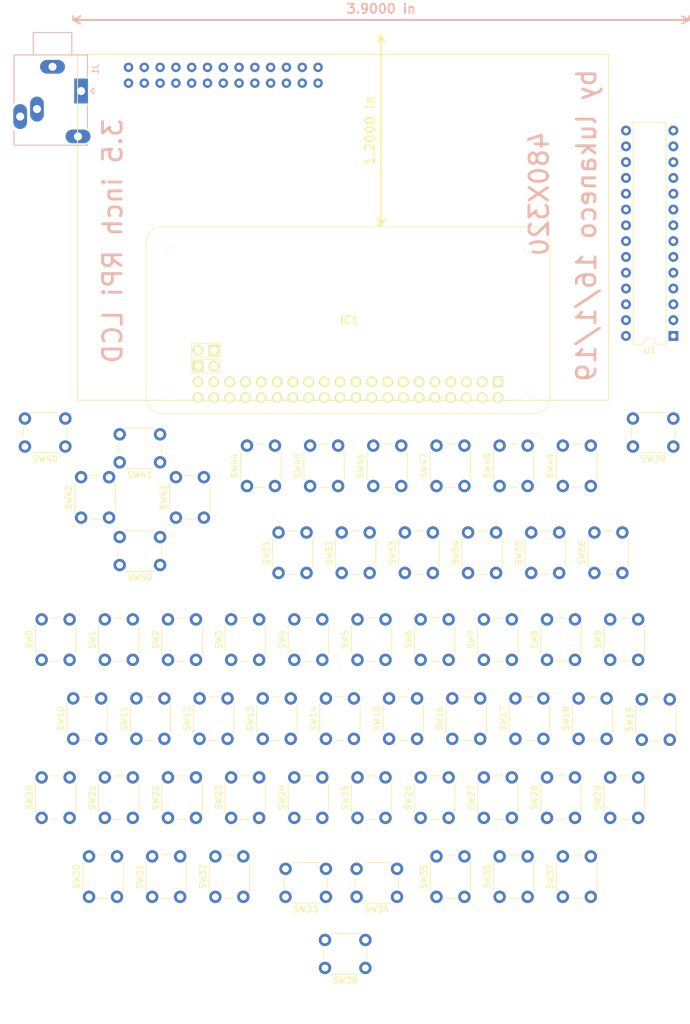
<source format=kicad_pcb>
(kicad_pcb (version 20171130) (host pcbnew "(5.0.2)-1")
  (layers (0 F.Cu signal) (31 B.Cu signal) (34 B.Paste user hide) (35 F.Paste user) (36 B.SilkS user) (37 F.SilkS user) (38 B.Mask user) (39 F.Mask user) (44 Edge.Cuts user))
  (net 0 "")
  (net 1 "Net-(SW0-Pad2)")
  (net 2 "Net-(SW1-Pad2)")
  (net 3 "Net-(SW2-Pad2)")
  (net 4 "Net-(SW3-Pad2)")
  (net 5 "Net-(SW4-Pad2)")
  (net 6 "Net-(SW5-Pad2)")
  (net 7 "Net-(SW6-Pad2)")
  (net 8 "Net-(SW7-Pad2)")
  (net 9 "Net-(SW8-Pad2)")
  (net 10 "Net-(SW9-Pad2)")
  (net 11 "Net-(SW10-Pad2)")
  (net 12 "Net-(SW11-Pad2)")
  (net 13 "Net-(SW12-Pad2)")
  (net 14 "Net-(SW13-Pad2)")
  (net 15 "Net-(SW14-Pad2)")
  (net 16 "Net-(SW15-Pad2)")
  (net 17 "Net-(SW16-Pad2)")
  (net 18 "Net-(SW17-Pad2)")
  (net 19 "Net-(SW18-Pad2)")
  (net 20 "Net-(SW19-Pad2)")
  (net 21 "Net-(SW20-Pad2)")
  (net 22 "Net-(SW21-Pad2)")
  (net 23 "Net-(SW22-Pad2)")
  (net 24 "Net-(SW23-Pad2)")
  (net 25 "Net-(SW24-Pad2)")
  (net 26 "Net-(SW25-Pad2)")
  (net 27 "Net-(SW26-Pad2)")
  (net 28 "Net-(SW27-Pad2)")
  (net 29 "Net-(SW28-Pad2)")
  (net 30 "Net-(SW29-Pad2)")
  (net 31 "Net-(SW30-Pad2)")
  (net 32 "Net-(SW31-Pad2)")
  (net 33 "Net-(SW32-Pad2)")
  (net 34 "Net-(SW33-Pad2)")
  (net 35 "Net-(SW34-Pad2)")
  (net 36 "Net-(SW35-Pad2)")
  (net 37 "Net-(SW36-Pad2)")
  (net 38 "Net-(SW37-Pad2)")
  (net 39 "Net-(SW38-Pad2)")
  (net 40 "Net-(SW39-Pad2)")
  (net 41 "Net-(SW40-Pad2)")
  (net 42 "Net-(SW41-Pad2)")
  (net 43 "Net-(SW42-Pad2)")
  (net 44 "Net-(SW43-Pad2)")
  (net 45 "Net-(SW44-Pad2)")
  (net 46 "Net-(SW45-Pad2)")
  (net 47 "Net-(SW46-Pad2)")
  (net 48 "Net-(SW47-Pad2)")
  (net 49 "Net-(SW48-Pad2)")
  (net 50 "Net-(SW49-Pad2)")
  (net 51 "Net-(SW50-Pad2)")
  (net 52 "Net-(SW51-Pad2)")
  (net 53 "Net-(SW52-Pad2)")
  (net 54 "Net-(SW53-Pad2)")
  (net 55 "Net-(SW54-Pad2)")
  (net 56 "Net-(SW55-Pad2)")
  (net 57 "Net-(SW56-Pad2)")
  (net 58 "Net-(U1-Pad15)")
  (net 59 "Net-(U1-Pad16)")
  (net 60 "Net-(U1-Pad17)")
  (net 61 "Net-(U1-Pad18)")
  (net 62 "Net-(U1-Pad19)")
  (net 63 "Net-(U1-Pad6)")
  (net 64 "Net-(U1-Pad20)")
  (net 65 "Net-(U1-Pad7)")
  (net 66 "Net-(U1-Pad21)")
  (net 67 "Net-(U1-Pad22)")
  (net 68 "Net-(U1-Pad23)")
  (net 69 "Net-(U1-Pad24)")
  (net 70 "Net-(U1-Pad11)")
  (net 71 "Net-(U1-Pad25)")
  (net 72 "Net-(U1-Pad12)")
  (net 73 "Net-(U1-Pad26)")
  (net 74 "Net-(U1-Pad13)")
  (net 75 "Net-(U1-Pad27)")
  (net 76 "Net-(U1-Pad14)")
  (net 77 "Net-(U1-Pad28)")
  (net 78 Col2)
  (net 79 Col3)
  (net 80 Col4)
  (net 81 Col5)
  (net 82 Col0)
  (net 83 Col1)
  (net 84 Reset)
  (net 85 Serial_RX)
  (net 86 Serial_TX)
  (net 87 USB_D+)
  (net 88 USB_D-)
  (net 89 Osc1)
  (net 90 Osc2)
  (net 91 "Net-(DS1-Pad1)")
  (net 92 "Net-(DS1-Pad2)")
  (net 93 "Net-(DS1-Pad3)")
  (net 94 "Net-(DS1-Pad4)")
  (net 95 "Net-(DS1-Pad5)")
  (net 96 "Net-(DS1-Pad6)")
  (net 97 "Net-(DS1-Pad7)")
  (net 98 "Net-(DS1-Pad8)")
  (net 99 "Net-(DS1-Pad9)")
  (net 100 "Net-(DS1-Pad10)")
  (net 101 "Net-(DS1-Pad11)")
  (net 102 "Net-(DS1-Pad12)")
  (net 103 "Net-(DS1-Pad13)")
  (net 104 "Net-(DS1-Pad14)")
  (net 105 "Net-(DS1-Pad15)")
  (net 106 "Net-(DS1-Pad16)")
  (net 107 "Net-(DS1-Pad17)")
  (net 108 "Net-(DS1-Pad18)")
  (net 109 "Net-(DS1-Pad20)")
  (net 110 "Net-(DS1-Pad21)")
  (net 111 "Net-(DS1-Pad22)")
  (net 112 "Net-(DS1-Pad23)")
  (net 113 "Net-(DS1-Pad24)")
  (net 114 "Net-(DS1-Pad25)")
  (net 115 "Net-(DS1-Pad26)")
  (net 116 "Net-(IC1-Pad1)")
  (net 117 "Net-(IC1-Pad2)")
  (net 118 "Net-(IC1-Pad3)")
  (net 119 "Net-(IC1-Pad4)")
  (net 120 "Net-(IC1-Pad5)")
  (net 121 "Net-(IC1-Pad6)")
  (net 122 "Net-(IC1-Pad7)")
  (net 123 "Net-(IC1-Pad8)")
  (net 124 "Net-(IC1-Pad9)")
  (net 125 "Net-(IC1-Pad10)")
  (net 126 "Net-(IC1-Pad11)")
  (net 127 "Net-(IC1-Pad12)")
  (net 128 "Net-(IC1-Pad13)")
  (net 129 "Net-(IC1-Pad14)")
  (net 130 "Net-(IC1-Pad15)")
  (net 131 "Net-(IC1-Pad16)")
  (net 132 "Net-(IC1-Pad17)")
  (net 133 "Net-(IC1-Pad18)")
  (net 134 "Net-(IC1-Pad19)")
  (net 135 "Net-(IC1-Pad20)")
  (net 136 "Net-(IC1-Pad21)")
  (net 137 "Net-(IC1-Pad22)")
  (net 138 "Net-(IC1-Pad23)")
  (net 139 "Net-(IC1-Pad24)")
  (net 140 "Net-(IC1-Pad25)")
  (net 141 "Net-(IC1-Pad26)")
  (net 142 "Net-(IC1-Pad27)")
  (net 143 "Net-(IC1-Pad28)")
  (net 144 "Net-(IC1-Pad29)")
  (net 145 "Net-(IC1-Pad30)")
  (net 146 "Net-(IC1-Pad31)")
  (net 147 "Net-(IC1-Pad32)")
  (net 148 "Net-(IC1-Pad33)")
  (net 149 "Net-(IC1-Pad34)")
  (net 150 "Net-(IC1-Pad35)")
  (net 151 "Net-(IC1-Pad36)")
  (net 152 "Net-(IC1-Pad37)")
  (net 153 "Net-(IC1-Pad38)")
  (net 154 "Net-(IC1-Pad39)")
  (net 155 "Net-(IC1-Pad40)")
  (net 156 "Net-(IC1-Pad41)")
  (net 157 "Net-(IC1-Pad42)")
  (net 158 "Net-(IC1-Pad43)")
  (net 159 "Net-(IC1-Pad44)")
  (net 160 "Net-(J1-PadT)")
  (net 161 "Net-(J1-PadR)")
  (net 162 "Net-(J1-PadS)")
  (module Button_Switch_THT:SW_PUSH_6mm (layer F.Cu) (at 60.96 130.81 90)
    (fp_text reference SW0 (at 3.25 -2 90) (layer F.SilkS))
    (fp_text value SW_Push)
    (pad 2 thru_hole circle (at 0 4.5 180) (size 2 2) (drill 1.1) (layers *.Cu *.Mask) (net 1 "Net-(SW0-Pad2)"))
    (pad 1 thru_hole circle (at 0 0 180) (size 2 2) (drill 1.1) (layers *.Cu *.Mask) (net 78 Col2))
    (pad 2 thru_hole circle (at 6.5 4.5 180) (size 2 2) (drill 1.1) (layers *.Cu *.Mask) (net 1 "Net-(SW0-Pad2)"))
    (pad 1 thru_hole circle (at 6.5 0 180) (size 2 2) (drill 1.1) (layers *.Cu *.Mask) (net 78 Col2))
  )
  (module Button_Switch_THT:SW_PUSH_6mm (layer F.Cu) (at 71.12 130.81 90)
    (fp_text reference SW1 (at 3.25 -2 90) (layer F.SilkS))
    (fp_text value SW_Push)
    (pad 1 thru_hole circle (at 6.5 0 180) (size 2 2) (drill 1.1) (layers *.Cu *.Mask) (net 78 Col2))
    (pad 2 thru_hole circle (at 6.5 4.5 180) (size 2 2) (drill 1.1) (layers *.Cu *.Mask) (net 2 "Net-(SW1-Pad2)"))
    (pad 1 thru_hole circle (at 0 0 180) (size 2 2) (drill 1.1) (layers *.Cu *.Mask) (net 78 Col2))
    (pad 2 thru_hole circle (at 0 4.5 180) (size 2 2) (drill 1.1) (layers *.Cu *.Mask) (net 2 "Net-(SW1-Pad2)"))
  )
  (module Button_Switch_THT:SW_PUSH_6mm (layer F.Cu) (at 81.28 130.81 90)
    (fp_text reference SW2 (at 3.25 -2 90) (layer F.SilkS))
    (fp_text value SW_Push)
    (pad 2 thru_hole circle (at 0 4.5 180) (size 2 2) (drill 1.1) (layers *.Cu *.Mask) (net 3 "Net-(SW2-Pad2)"))
    (pad 1 thru_hole circle (at 0 0 180) (size 2 2) (drill 1.1) (layers *.Cu *.Mask) (net 78 Col2))
    (pad 2 thru_hole circle (at 6.5 4.5 180) (size 2 2) (drill 1.1) (layers *.Cu *.Mask) (net 3 "Net-(SW2-Pad2)"))
    (pad 1 thru_hole circle (at 6.5 0 180) (size 2 2) (drill 1.1) (layers *.Cu *.Mask) (net 78 Col2))
  )
  (module Button_Switch_THT:SW_PUSH_6mm (layer F.Cu) (at 91.44 130.81 90)
    (fp_text reference SW3 (at 3.25 -2 90) (layer F.SilkS))
    (fp_text value SW_Push)
    (pad 2 thru_hole circle (at 0 4.5 180) (size 2 2) (drill 1.1) (layers *.Cu *.Mask) (net 4 "Net-(SW3-Pad2)"))
    (pad 1 thru_hole circle (at 0 0 180) (size 2 2) (drill 1.1) (layers *.Cu *.Mask) (net 78 Col2))
    (pad 2 thru_hole circle (at 6.5 4.5 180) (size 2 2) (drill 1.1) (layers *.Cu *.Mask) (net 4 "Net-(SW3-Pad2)"))
    (pad 1 thru_hole circle (at 6.5 0 180) (size 2 2) (drill 1.1) (layers *.Cu *.Mask) (net 78 Col2))
  )
  (module Button_Switch_THT:SW_PUSH_6mm (layer F.Cu) (at 101.6 130.81 90)
    (fp_text reference SW4 (at 3.25 -2 90) (layer F.SilkS))
    (fp_text value SW_Push)
    (pad 1 thru_hole circle (at 6.5 0 180) (size 2 2) (drill 1.1) (layers *.Cu *.Mask) (net 78 Col2))
    (pad 2 thru_hole circle (at 6.5 4.5 180) (size 2 2) (drill 1.1) (layers *.Cu *.Mask) (net 5 "Net-(SW4-Pad2)"))
    (pad 1 thru_hole circle (at 0 0 180) (size 2 2) (drill 1.1) (layers *.Cu *.Mask) (net 78 Col2))
    (pad 2 thru_hole circle (at 0 4.5 180) (size 2 2) (drill 1.1) (layers *.Cu *.Mask) (net 5 "Net-(SW4-Pad2)"))
  )
  (module Button_Switch_THT:SW_PUSH_6mm (layer F.Cu) (at 111.76 130.81 90)
    (fp_text reference SW5 (at 3.25 -2 90) (layer F.SilkS))
    (fp_text value SW_Push)
    (pad 2 thru_hole circle (at 0 4.5 180) (size 2 2) (drill 1.1) (layers *.Cu *.Mask) (net 6 "Net-(SW5-Pad2)"))
    (pad 1 thru_hole circle (at 0 0 180) (size 2 2) (drill 1.1) (layers *.Cu *.Mask) (net 78 Col2))
    (pad 2 thru_hole circle (at 6.5 4.5 180) (size 2 2) (drill 1.1) (layers *.Cu *.Mask) (net 6 "Net-(SW5-Pad2)"))
    (pad 1 thru_hole circle (at 6.5 0 180) (size 2 2) (drill 1.1) (layers *.Cu *.Mask) (net 78 Col2))
  )
  (module Button_Switch_THT:SW_PUSH_6mm (layer F.Cu) (at 121.92 130.81 90)
    (fp_text reference SW6 (at 3.25 -2 90) (layer F.SilkS))
    (fp_text value SW_Push)
    (pad 2 thru_hole circle (at 0 4.5 180) (size 2 2) (drill 1.1) (layers *.Cu *.Mask) (net 7 "Net-(SW6-Pad2)"))
    (pad 1 thru_hole circle (at 0 0 180) (size 2 2) (drill 1.1) (layers *.Cu *.Mask) (net 78 Col2))
    (pad 2 thru_hole circle (at 6.5 4.5 180) (size 2 2) (drill 1.1) (layers *.Cu *.Mask) (net 7 "Net-(SW6-Pad2)"))
    (pad 1 thru_hole circle (at 6.5 0 180) (size 2 2) (drill 1.1) (layers *.Cu *.Mask) (net 78 Col2))
  )
  (module Button_Switch_THT:SW_PUSH_6mm (layer F.Cu) (at 132.08 130.81 90)
    (fp_text reference SW7 (at 3.25 -2 90) (layer F.SilkS))
    (fp_text value SW_Push)
    (pad 1 thru_hole circle (at 6.5 0 180) (size 2 2) (drill 1.1) (layers *.Cu *.Mask) (net 78 Col2))
    (pad 2 thru_hole circle (at 6.5 4.5 180) (size 2 2) (drill 1.1) (layers *.Cu *.Mask) (net 8 "Net-(SW7-Pad2)"))
    (pad 1 thru_hole circle (at 0 0 180) (size 2 2) (drill 1.1) (layers *.Cu *.Mask) (net 78 Col2))
    (pad 2 thru_hole circle (at 0 4.5 180) (size 2 2) (drill 1.1) (layers *.Cu *.Mask) (net 8 "Net-(SW7-Pad2)"))
  )
  (module Button_Switch_THT:SW_PUSH_6mm (layer F.Cu) (at 142.24 130.81 90)
    (fp_text reference SW8 (at 3.25 -2 90) (layer F.SilkS))
    (fp_text value SW_Push)
    (pad 1 thru_hole circle (at 6.5 0 180) (size 2 2) (drill 1.1) (layers *.Cu *.Mask) (net 78 Col2))
    (pad 2 thru_hole circle (at 6.5 4.5 180) (size 2 2) (drill 1.1) (layers *.Cu *.Mask) (net 9 "Net-(SW8-Pad2)"))
    (pad 1 thru_hole circle (at 0 0 180) (size 2 2) (drill 1.1) (layers *.Cu *.Mask) (net 78 Col2))
    (pad 2 thru_hole circle (at 0 4.5 180) (size 2 2) (drill 1.1) (layers *.Cu *.Mask) (net 9 "Net-(SW8-Pad2)"))
  )
  (module Button_Switch_THT:SW_PUSH_6mm (layer F.Cu) (at 152.4 130.81 90)
    (fp_text reference SW9 (at 3.25 -2 90) (layer F.SilkS))
    (fp_text value SW_Push)
    (pad 2 thru_hole circle (at 0 4.5 180) (size 2 2) (drill 1.1) (layers *.Cu *.Mask) (net 10 "Net-(SW9-Pad2)"))
    (pad 1 thru_hole circle (at 0 0 180) (size 2 2) (drill 1.1) (layers *.Cu *.Mask) (net 78 Col2))
    (pad 2 thru_hole circle (at 6.5 4.5 180) (size 2 2) (drill 1.1) (layers *.Cu *.Mask) (net 10 "Net-(SW9-Pad2)"))
    (pad 1 thru_hole circle (at 6.5 0 180) (size 2 2) (drill 1.1) (layers *.Cu *.Mask) (net 78 Col2))
  )
  (module Button_Switch_THT:SW_PUSH_6mm (layer F.Cu) (at 66.04 143.51 90)
    (fp_text reference SW10 (at 3.25 -2 90) (layer F.SilkS))
    (fp_text value SW_Push)
    (pad 1 thru_hole circle (at 6.5 0 180) (size 2 2) (drill 1.1) (layers *.Cu *.Mask) (net 79 Col3))
    (pad 2 thru_hole circle (at 6.5 4.5 180) (size 2 2) (drill 1.1) (layers *.Cu *.Mask) (net 11 "Net-(SW10-Pad2)"))
    (pad 1 thru_hole circle (at 0 0 180) (size 2 2) (drill 1.1) (layers *.Cu *.Mask) (net 79 Col3))
    (pad 2 thru_hole circle (at 0 4.5 180) (size 2 2) (drill 1.1) (layers *.Cu *.Mask) (net 11 "Net-(SW10-Pad2)"))
  )
  (module Button_Switch_THT:SW_PUSH_6mm (layer F.Cu) (at 76.2 143.51 90)
    (fp_text reference SW11 (at 3.25 -2 90) (layer F.SilkS))
    (fp_text value SW_Push)
    (pad 2 thru_hole circle (at 0 4.5 180) (size 2 2) (drill 1.1) (layers *.Cu *.Mask) (net 12 "Net-(SW11-Pad2)"))
    (pad 1 thru_hole circle (at 0 0 180) (size 2 2) (drill 1.1) (layers *.Cu *.Mask) (net 79 Col3))
    (pad 2 thru_hole circle (at 6.5 4.5 180) (size 2 2) (drill 1.1) (layers *.Cu *.Mask) (net 12 "Net-(SW11-Pad2)"))
    (pad 1 thru_hole circle (at 6.5 0 180) (size 2 2) (drill 1.1) (layers *.Cu *.Mask) (net 79 Col3))
  )
  (module Button_Switch_THT:SW_PUSH_6mm (layer F.Cu) (at 86.36 143.51 90)
    (fp_text reference SW12 (at 3.25 -2 90) (layer F.SilkS))
    (fp_text value SW_Push)
    (pad 1 thru_hole circle (at 6.5 0 180) (size 2 2) (drill 1.1) (layers *.Cu *.Mask) (net 79 Col3))
    (pad 2 thru_hole circle (at 6.5 4.5 180) (size 2 2) (drill 1.1) (layers *.Cu *.Mask) (net 13 "Net-(SW12-Pad2)"))
    (pad 1 thru_hole circle (at 0 0 180) (size 2 2) (drill 1.1) (layers *.Cu *.Mask) (net 79 Col3))
    (pad 2 thru_hole circle (at 0 4.5 180) (size 2 2) (drill 1.1) (layers *.Cu *.Mask) (net 13 "Net-(SW12-Pad2)"))
  )
  (module Button_Switch_THT:SW_PUSH_6mm (layer F.Cu) (at 96.52 143.51 90)
    (fp_text reference SW13 (at 3.25 -2 90) (layer F.SilkS))
    (fp_text value SW_Push)
    (pad 1 thru_hole circle (at 6.5 0 180) (size 2 2) (drill 1.1) (layers *.Cu *.Mask) (net 79 Col3))
    (pad 2 thru_hole circle (at 6.5 4.5 180) (size 2 2) (drill 1.1) (layers *.Cu *.Mask) (net 14 "Net-(SW13-Pad2)"))
    (pad 1 thru_hole circle (at 0 0 180) (size 2 2) (drill 1.1) (layers *.Cu *.Mask) (net 79 Col3))
    (pad 2 thru_hole circle (at 0 4.5 180) (size 2 2) (drill 1.1) (layers *.Cu *.Mask) (net 14 "Net-(SW13-Pad2)"))
  )
  (module Button_Switch_THT:SW_PUSH_6mm (layer F.Cu) (at 106.68 143.51 90)
    (fp_text reference SW14 (at 3.25 -2 90) (layer F.SilkS))
    (fp_text value SW_Push)
    (pad 2 thru_hole circle (at 0 4.5 180) (size 2 2) (drill 1.1) (layers *.Cu *.Mask) (net 15 "Net-(SW14-Pad2)"))
    (pad 1 thru_hole circle (at 0 0 180) (size 2 2) (drill 1.1) (layers *.Cu *.Mask) (net 79 Col3))
    (pad 2 thru_hole circle (at 6.5 4.5 180) (size 2 2) (drill 1.1) (layers *.Cu *.Mask) (net 15 "Net-(SW14-Pad2)"))
    (pad 1 thru_hole circle (at 6.5 0 180) (size 2 2) (drill 1.1) (layers *.Cu *.Mask) (net 79 Col3))
  )
  (module Button_Switch_THT:SW_PUSH_6mm (layer F.Cu) (at 116.84 143.51 90)
    (fp_text reference SW15 (at 3.25 -2 90) (layer F.SilkS))
    (fp_text value SW_Push)
    (pad 2 thru_hole circle (at 0 4.5 180) (size 2 2) (drill 1.1) (layers *.Cu *.Mask) (net 16 "Net-(SW15-Pad2)"))
    (pad 1 thru_hole circle (at 0 0 180) (size 2 2) (drill 1.1) (layers *.Cu *.Mask) (net 79 Col3))
    (pad 2 thru_hole circle (at 6.5 4.5 180) (size 2 2) (drill 1.1) (layers *.Cu *.Mask) (net 16 "Net-(SW15-Pad2)"))
    (pad 1 thru_hole circle (at 6.5 0 180) (size 2 2) (drill 1.1) (layers *.Cu *.Mask) (net 79 Col3))
  )
  (module Button_Switch_THT:SW_PUSH_6mm (layer F.Cu) (at 127 143.51 90)
    (fp_text reference SW16 (at 3.25 -2 90) (layer F.SilkS))
    (fp_text value SW_Push)
    (pad 1 thru_hole circle (at 6.5 0 180) (size 2 2) (drill 1.1) (layers *.Cu *.Mask) (net 79 Col3))
    (pad 2 thru_hole circle (at 6.5 4.5 180) (size 2 2) (drill 1.1) (layers *.Cu *.Mask) (net 17 "Net-(SW16-Pad2)"))
    (pad 1 thru_hole circle (at 0 0 180) (size 2 2) (drill 1.1) (layers *.Cu *.Mask) (net 79 Col3))
    (pad 2 thru_hole circle (at 0 4.5 180) (size 2 2) (drill 1.1) (layers *.Cu *.Mask) (net 17 "Net-(SW16-Pad2)"))
  )
  (module Button_Switch_THT:SW_PUSH_6mm (layer F.Cu) (at 137.16 143.51 90)
    (fp_text reference SW17 (at 3.25 -2 90) (layer F.SilkS))
    (fp_text value SW_Push)
    (pad 2 thru_hole circle (at 0 4.5 180) (size 2 2) (drill 1.1) (layers *.Cu *.Mask) (net 18 "Net-(SW17-Pad2)"))
    (pad 1 thru_hole circle (at 0 0 180) (size 2 2) (drill 1.1) (layers *.Cu *.Mask) (net 79 Col3))
    (pad 2 thru_hole circle (at 6.5 4.5 180) (size 2 2) (drill 1.1) (layers *.Cu *.Mask) (net 18 "Net-(SW17-Pad2)"))
    (pad 1 thru_hole circle (at 6.5 0 180) (size 2 2) (drill 1.1) (layers *.Cu *.Mask) (net 79 Col3))
  )
  (module Button_Switch_THT:SW_PUSH_6mm (layer F.Cu) (at 147.32 143.51 90)
    (fp_text reference SW18 (at 3.25 -2 90) (layer F.SilkS))
    (fp_text value SW_Push)
    (pad 1 thru_hole circle (at 6.5 0 180) (size 2 2) (drill 1.1) (layers *.Cu *.Mask) (net 79 Col3))
    (pad 2 thru_hole circle (at 6.5 4.5 180) (size 2 2) (drill 1.1) (layers *.Cu *.Mask) (net 19 "Net-(SW18-Pad2)"))
    (pad 1 thru_hole circle (at 0 0 180) (size 2 2) (drill 1.1) (layers *.Cu *.Mask) (net 79 Col3))
    (pad 2 thru_hole circle (at 0 4.5 180) (size 2 2) (drill 1.1) (layers *.Cu *.Mask) (net 19 "Net-(SW18-Pad2)"))
  )
  (module Button_Switch_THT:SW_PUSH_6mm (layer F.Cu) (at 157.48 143.66 90)
    (fp_text reference SW19 (at 3.25 -2 90) (layer F.SilkS))
    (fp_text value SW_Push)
    (pad 1 thru_hole circle (at 6.5 0 180) (size 2 2) (drill 1.1) (layers *.Cu *.Mask) (net 79 Col3))
    (pad 2 thru_hole circle (at 6.5 4.5 180) (size 2 2) (drill 1.1) (layers *.Cu *.Mask) (net 20 "Net-(SW19-Pad2)"))
    (pad 1 thru_hole circle (at 0 0 180) (size 2 2) (drill 1.1) (layers *.Cu *.Mask) (net 79 Col3))
    (pad 2 thru_hole circle (at 0 4.5 180) (size 2 2) (drill 1.1) (layers *.Cu *.Mask) (net 20 "Net-(SW19-Pad2)"))
  )
  (module Button_Switch_THT:SW_PUSH_6mm (layer F.Cu) (at 60.96 156.21 90)
    (fp_text reference SW20 (at 3.25 -2 90) (layer F.SilkS))
    (fp_text value SW_Push)
    (pad 2 thru_hole circle (at 0 4.5 180) (size 2 2) (drill 1.1) (layers *.Cu *.Mask) (net 21 "Net-(SW20-Pad2)"))
    (pad 1 thru_hole circle (at 0 0 180) (size 2 2) (drill 1.1) (layers *.Cu *.Mask) (net 80 Col4))
    (pad 2 thru_hole circle (at 6.5 4.5 180) (size 2 2) (drill 1.1) (layers *.Cu *.Mask) (net 21 "Net-(SW20-Pad2)"))
    (pad 1 thru_hole circle (at 6.5 0 180) (size 2 2) (drill 1.1) (layers *.Cu *.Mask) (net 80 Col4))
  )
  (module Button_Switch_THT:SW_PUSH_6mm (layer F.Cu) (at 71.12 156.21 90)
    (fp_text reference SW21 (at 3.25 -2 90) (layer F.SilkS))
    (fp_text value SW_Push)
    (pad 1 thru_hole circle (at 6.5 0 180) (size 2 2) (drill 1.1) (layers *.Cu *.Mask) (net 80 Col4))
    (pad 2 thru_hole circle (at 6.5 4.5 180) (size 2 2) (drill 1.1) (layers *.Cu *.Mask) (net 22 "Net-(SW21-Pad2)"))
    (pad 1 thru_hole circle (at 0 0 180) (size 2 2) (drill 1.1) (layers *.Cu *.Mask) (net 80 Col4))
    (pad 2 thru_hole circle (at 0 4.5 180) (size 2 2) (drill 1.1) (layers *.Cu *.Mask) (net 22 "Net-(SW21-Pad2)"))
  )
  (module Button_Switch_THT:SW_PUSH_6mm (layer F.Cu) (at 81.28 156.21 90)
    (fp_text reference SW22 (at 3.25 -2 90) (layer F.SilkS))
    (fp_text value SW_Push)
    (pad 2 thru_hole circle (at 0 4.5 180) (size 2 2) (drill 1.1) (layers *.Cu *.Mask) (net 23 "Net-(SW22-Pad2)"))
    (pad 1 thru_hole circle (at 0 0 180) (size 2 2) (drill 1.1) (layers *.Cu *.Mask) (net 80 Col4))
    (pad 2 thru_hole circle (at 6.5 4.5 180) (size 2 2) (drill 1.1) (layers *.Cu *.Mask) (net 23 "Net-(SW22-Pad2)"))
    (pad 1 thru_hole circle (at 6.5 0 180) (size 2 2) (drill 1.1) (layers *.Cu *.Mask) (net 80 Col4))
  )
  (module Button_Switch_THT:SW_PUSH_6mm (layer F.Cu) (at 91.44 156.21 90)
    (fp_text reference SW23 (at 3.25 -2 90) (layer F.SilkS))
    (fp_text value SW_Push)
    (pad 2 thru_hole circle (at 0 4.5 180) (size 2 2) (drill 1.1) (layers *.Cu *.Mask) (net 24 "Net-(SW23-Pad2)"))
    (pad 1 thru_hole circle (at 0 0 180) (size 2 2) (drill 1.1) (layers *.Cu *.Mask) (net 80 Col4))
    (pad 2 thru_hole circle (at 6.5 4.5 180) (size 2 2) (drill 1.1) (layers *.Cu *.Mask) (net 24 "Net-(SW23-Pad2)"))
    (pad 1 thru_hole circle (at 6.5 0 180) (size 2 2) (drill 1.1) (layers *.Cu *.Mask) (net 80 Col4))
  )
  (module Button_Switch_THT:SW_PUSH_6mm (layer F.Cu) (at 101.6 156.21 90)
    (fp_text reference SW24 (at 3.25 -2 90) (layer F.SilkS))
    (fp_text value SW_Push)
    (pad 2 thru_hole circle (at 0 4.5 180) (size 2 2) (drill 1.1) (layers *.Cu *.Mask) (net 25 "Net-(SW24-Pad2)"))
    (pad 1 thru_hole circle (at 0 0 180) (size 2 2) (drill 1.1) (layers *.Cu *.Mask) (net 80 Col4))
    (pad 2 thru_hole circle (at 6.5 4.5 180) (size 2 2) (drill 1.1) (layers *.Cu *.Mask) (net 25 "Net-(SW24-Pad2)"))
    (pad 1 thru_hole circle (at 6.5 0 180) (size 2 2) (drill 1.1) (layers *.Cu *.Mask) (net 80 Col4))
  )
  (module Button_Switch_THT:SW_PUSH_6mm (layer F.Cu) (at 111.76 156.21 90)
    (fp_text reference SW25 (at 3.25 -2 90) (layer F.SilkS))
    (fp_text value SW_Push)
    (pad 1 thru_hole circle (at 6.5 0 180) (size 2 2) (drill 1.1) (layers *.Cu *.Mask) (net 80 Col4))
    (pad 2 thru_hole circle (at 6.5 4.5 180) (size 2 2) (drill 1.1) (layers *.Cu *.Mask) (net 26 "Net-(SW25-Pad2)"))
    (pad 1 thru_hole circle (at 0 0 180) (size 2 2) (drill 1.1) (layers *.Cu *.Mask) (net 80 Col4))
    (pad 2 thru_hole circle (at 0 4.5 180) (size 2 2) (drill 1.1) (layers *.Cu *.Mask) (net 26 "Net-(SW25-Pad2)"))
  )
  (module Button_Switch_THT:SW_PUSH_6mm (layer F.Cu) (at 121.92 156.21 90)
    (fp_text reference SW26 (at 3.25 -2 90) (layer F.SilkS))
    (fp_text value SW_Push)
    (pad 2 thru_hole circle (at 0 4.5 180) (size 2 2) (drill 1.1) (layers *.Cu *.Mask) (net 27 "Net-(SW26-Pad2)"))
    (pad 1 thru_hole circle (at 0 0 180) (size 2 2) (drill 1.1) (layers *.Cu *.Mask) (net 80 Col4))
    (pad 2 thru_hole circle (at 6.5 4.5 180) (size 2 2) (drill 1.1) (layers *.Cu *.Mask) (net 27 "Net-(SW26-Pad2)"))
    (pad 1 thru_hole circle (at 6.5 0 180) (size 2 2) (drill 1.1) (layers *.Cu *.Mask) (net 80 Col4))
  )
  (module Button_Switch_THT:SW_PUSH_6mm (layer F.Cu) (at 132.08 156.21 90)
    (fp_text reference SW27 (at 3.25 -2 90) (layer F.SilkS))
    (fp_text value SW_Push)
    (pad 1 thru_hole circle (at 6.5 0 180) (size 2 2) (drill 1.1) (layers *.Cu *.Mask) (net 80 Col4))
    (pad 2 thru_hole circle (at 6.5 4.5 180) (size 2 2) (drill 1.1) (layers *.Cu *.Mask) (net 28 "Net-(SW27-Pad2)"))
    (pad 1 thru_hole circle (at 0 0 180) (size 2 2) (drill 1.1) (layers *.Cu *.Mask) (net 80 Col4))
    (pad 2 thru_hole circle (at 0 4.5 180) (size 2 2) (drill 1.1) (layers *.Cu *.Mask) (net 28 "Net-(SW27-Pad2)"))
  )
  (module Button_Switch_THT:SW_PUSH_6mm (layer F.Cu) (at 142.24 156.21 90)
    (fp_text reference SW28 (at 3.25 -2 90) (layer F.SilkS))
    (fp_text value SW_Push)
    (pad 2 thru_hole circle (at 0 4.5 180) (size 2 2) (drill 1.1) (layers *.Cu *.Mask) (net 29 "Net-(SW28-Pad2)"))
    (pad 1 thru_hole circle (at 0 0 180) (size 2 2) (drill 1.1) (layers *.Cu *.Mask) (net 80 Col4))
    (pad 2 thru_hole circle (at 6.5 4.5 180) (size 2 2) (drill 1.1) (layers *.Cu *.Mask) (net 29 "Net-(SW28-Pad2)"))
    (pad 1 thru_hole circle (at 6.5 0 180) (size 2 2) (drill 1.1) (layers *.Cu *.Mask) (net 80 Col4))
  )
  (module Button_Switch_THT:SW_PUSH_6mm (layer F.Cu) (at 152.4 156.21 90)
    (fp_text reference SW29 (at 3.25 -2 90) (layer F.SilkS))
    (fp_text value SW_Push)
    (pad 1 thru_hole circle (at 6.5 0 180) (size 2 2) (drill 1.1) (layers *.Cu *.Mask) (net 80 Col4))
    (pad 2 thru_hole circle (at 6.5 4.5 180) (size 2 2) (drill 1.1) (layers *.Cu *.Mask) (net 30 "Net-(SW29-Pad2)"))
    (pad 1 thru_hole circle (at 0 0 180) (size 2 2) (drill 1.1) (layers *.Cu *.Mask) (net 80 Col4))
    (pad 2 thru_hole circle (at 0 4.5 180) (size 2 2) (drill 1.1) (layers *.Cu *.Mask) (net 30 "Net-(SW29-Pad2)"))
  )
  (module Button_Switch_THT:SW_PUSH_6mm (layer F.Cu) (at 68.58 168.91 90)
    (fp_text reference SW30 (at 3.25 -2 90) (layer F.SilkS))
    (fp_text value SW_Push)
    (pad 1 thru_hole circle (at 6.5 0 180) (size 2 2) (drill 1.1) (layers *.Cu *.Mask) (net 81 Col5))
    (pad 2 thru_hole circle (at 6.5 4.5 180) (size 2 2) (drill 1.1) (layers *.Cu *.Mask) (net 31 "Net-(SW30-Pad2)"))
    (pad 1 thru_hole circle (at 0 0 180) (size 2 2) (drill 1.1) (layers *.Cu *.Mask) (net 81 Col5))
    (pad 2 thru_hole circle (at 0 4.5 180) (size 2 2) (drill 1.1) (layers *.Cu *.Mask) (net 31 "Net-(SW30-Pad2)"))
  )
  (module Button_Switch_THT:SW_PUSH_6mm (layer F.Cu) (at 78.74 168.91 90)
    (fp_text reference SW31 (at 3.25 -2 90) (layer F.SilkS))
    (fp_text value SW_Push)
    (pad 2 thru_hole circle (at 0 4.5 180) (size 2 2) (drill 1.1) (layers *.Cu *.Mask) (net 32 "Net-(SW31-Pad2)"))
    (pad 1 thru_hole circle (at 0 0 180) (size 2 2) (drill 1.1) (layers *.Cu *.Mask) (net 81 Col5))
    (pad 2 thru_hole circle (at 6.5 4.5 180) (size 2 2) (drill 1.1) (layers *.Cu *.Mask) (net 32 "Net-(SW31-Pad2)"))
    (pad 1 thru_hole circle (at 6.5 0 180) (size 2 2) (drill 1.1) (layers *.Cu *.Mask) (net 81 Col5))
  )
  (module Button_Switch_THT:SW_PUSH_6mm (layer F.Cu) (at 88.9 168.91 90)
    (fp_text reference SW32 (at 3.25 -2 90) (layer F.SilkS))
    (fp_text value SW_Push)
    (pad 1 thru_hole circle (at 6.5 0 180) (size 2 2) (drill 1.1) (layers *.Cu *.Mask) (net 81 Col5))
    (pad 2 thru_hole circle (at 6.5 4.5 180) (size 2 2) (drill 1.1) (layers *.Cu *.Mask) (net 33 "Net-(SW32-Pad2)"))
    (pad 1 thru_hole circle (at 0 0 180) (size 2 2) (drill 1.1) (layers *.Cu *.Mask) (net 81 Col5))
    (pad 2 thru_hole circle (at 0 4.5 180) (size 2 2) (drill 1.1) (layers *.Cu *.Mask) (net 33 "Net-(SW32-Pad2)"))
  )
  (module Button_Switch_THT:SW_PUSH_6mm (layer F.Cu) (at 106.68 168.91 180)
    (fp_text reference SW33 (at 3.25 -2 180) (layer F.SilkS))
    (fp_text value SW_Push)
    (pad 2 thru_hole circle (at 0 4.5 270) (size 2 2) (drill 1.1) (layers *.Cu *.Mask) (net 34 "Net-(SW33-Pad2)"))
    (pad 1 thru_hole circle (at 0 0 270) (size 2 2) (drill 1.1) (layers *.Cu *.Mask) (net 81 Col5))
    (pad 2 thru_hole circle (at 6.5 4.5 270) (size 2 2) (drill 1.1) (layers *.Cu *.Mask) (net 34 "Net-(SW33-Pad2)"))
    (pad 1 thru_hole circle (at 6.5 0 270) (size 2 2) (drill 1.1) (layers *.Cu *.Mask) (net 81 Col5))
  )
  (module Button_Switch_THT:SW_PUSH_6mm (layer F.Cu) (at 118.11 168.91 180)
    (fp_text reference SW34 (at 3.25 -2 180) (layer F.SilkS))
    (fp_text value SW_Push)
    (pad 2 thru_hole circle (at 0 4.5 270) (size 2 2) (drill 1.1) (layers *.Cu *.Mask) (net 35 "Net-(SW34-Pad2)"))
    (pad 1 thru_hole circle (at 0 0 270) (size 2 2) (drill 1.1) (layers *.Cu *.Mask) (net 81 Col5))
    (pad 2 thru_hole circle (at 6.5 4.5 270) (size 2 2) (drill 1.1) (layers *.Cu *.Mask) (net 35 "Net-(SW34-Pad2)"))
    (pad 1 thru_hole circle (at 6.5 0 270) (size 2 2) (drill 1.1) (layers *.Cu *.Mask) (net 81 Col5))
  )
  (module Button_Switch_THT:SW_PUSH_6mm (layer F.Cu) (at 124.46 168.91 90)
    (fp_text reference SW35 (at 3.25 -2 90) (layer F.SilkS))
    (fp_text value SW_Push)
    (pad 2 thru_hole circle (at 0 4.5 180) (size 2 2) (drill 1.1) (layers *.Cu *.Mask) (net 36 "Net-(SW35-Pad2)"))
    (pad 1 thru_hole circle (at 0 0 180) (size 2 2) (drill 1.1) (layers *.Cu *.Mask) (net 81 Col5))
    (pad 2 thru_hole circle (at 6.5 4.5 180) (size 2 2) (drill 1.1) (layers *.Cu *.Mask) (net 36 "Net-(SW35-Pad2)"))
    (pad 1 thru_hole circle (at 6.5 0 180) (size 2 2) (drill 1.1) (layers *.Cu *.Mask) (net 81 Col5))
  )
  (module Button_Switch_THT:SW_PUSH_6mm (layer F.Cu) (at 134.62 168.91 90)
    (fp_text reference SW36 (at 3.25 -2 90) (layer F.SilkS))
    (fp_text value SW_Push)
    (pad 2 thru_hole circle (at 0 4.5 180) (size 2 2) (drill 1.1) (layers *.Cu *.Mask) (net 37 "Net-(SW36-Pad2)"))
    (pad 1 thru_hole circle (at 0 0 180) (size 2 2) (drill 1.1) (layers *.Cu *.Mask) (net 81 Col5))
    (pad 2 thru_hole circle (at 6.5 4.5 180) (size 2 2) (drill 1.1) (layers *.Cu *.Mask) (net 37 "Net-(SW36-Pad2)"))
    (pad 1 thru_hole circle (at 6.5 0 180) (size 2 2) (drill 1.1) (layers *.Cu *.Mask) (net 81 Col5))
  )
  (module Button_Switch_THT:SW_PUSH_6mm (layer F.Cu) (at 144.78 168.91 90)
    (fp_text reference SW37 (at 3.25 -2 90) (layer F.SilkS))
    (fp_text value SW_Push)
    (pad 1 thru_hole circle (at 6.5 0 180) (size 2 2) (drill 1.1) (layers *.Cu *.Mask) (net 81 Col5))
    (pad 2 thru_hole circle (at 6.5 4.5 180) (size 2 2) (drill 1.1) (layers *.Cu *.Mask) (net 38 "Net-(SW37-Pad2)"))
    (pad 1 thru_hole circle (at 0 0 180) (size 2 2) (drill 1.1) (layers *.Cu *.Mask) (net 81 Col5))
    (pad 2 thru_hole circle (at 0 4.5 180) (size 2 2) (drill 1.1) (layers *.Cu *.Mask) (net 38 "Net-(SW37-Pad2)"))
  )
  (module Button_Switch_THT:SW_PUSH_6mm (layer F.Cu) (at 113.03 180.34 180)
    (fp_text reference SW38 (at 3.25 -2 180) (layer F.SilkS))
    (fp_text value SW_Push)
    (pad 2 thru_hole circle (at 0 4.5 270) (size 2 2) (drill 1.1) (layers *.Cu *.Mask) (net 39 "Net-(SW38-Pad2)"))
    (pad 1 thru_hole circle (at 0 0 270) (size 2 2) (drill 1.1) (layers *.Cu *.Mask) (net 81 Col5))
    (pad 2 thru_hole circle (at 6.5 4.5 270) (size 2 2) (drill 1.1) (layers *.Cu *.Mask) (net 39 "Net-(SW38-Pad2)"))
    (pad 1 thru_hole circle (at 6.5 0 270) (size 2 2) (drill 1.1) (layers *.Cu *.Mask) (net 81 Col5))
  )
  (module Button_Switch_THT:SW_PUSH_6mm (layer F.Cu) (at 162.56 96.52 180)
    (fp_text reference SW39 (at 3.25 -2 180) (layer F.SilkS))
    (fp_text value SW_Push)
    (pad 1 thru_hole circle (at 6.5 0 270) (size 2 2) (drill 1.1) (layers *.Cu *.Mask) (net 81 Col5))
    (pad 2 thru_hole circle (at 6.5 4.5 270) (size 2 2) (drill 1.1) (layers *.Cu *.Mask) (net 40 "Net-(SW39-Pad2)"))
    (pad 1 thru_hole circle (at 0 0 270) (size 2 2) (drill 1.1) (layers *.Cu *.Mask) (net 81 Col5))
    (pad 2 thru_hole circle (at 0 4.5 270) (size 2 2) (drill 1.1) (layers *.Cu *.Mask) (net 40 "Net-(SW39-Pad2)"))
  )
  (module Button_Switch_THT:SW_PUSH_6mm (layer F.Cu) (at 64.77 96.52 180)
    (fp_text reference SW40 (at 3.25 -2 180) (layer F.SilkS))
    (fp_text value SW_Push)
    (pad 1 thru_hole circle (at 6.5 0 270) (size 2 2) (drill 1.1) (layers *.Cu *.Mask) (net 82 Col0))
    (pad 2 thru_hole circle (at 6.5 4.5 270) (size 2 2) (drill 1.1) (layers *.Cu *.Mask) (net 41 "Net-(SW40-Pad2)"))
    (pad 1 thru_hole circle (at 0 0 270) (size 2 2) (drill 1.1) (layers *.Cu *.Mask) (net 82 Col0))
    (pad 2 thru_hole circle (at 0 4.5 270) (size 2 2) (drill 1.1) (layers *.Cu *.Mask) (net 41 "Net-(SW40-Pad2)"))
  )
  (module Button_Switch_THT:SW_PUSH_6mm (layer F.Cu) (at 80.01 99.06 180)
    (fp_text reference SW41 (at 3.25 -2 180) (layer F.SilkS))
    (fp_text value SW_Push)
    (pad 1 thru_hole circle (at 6.5 0 270) (size 2 2) (drill 1.1) (layers *.Cu *.Mask) (net 82 Col0))
    (pad 2 thru_hole circle (at 6.5 4.5 270) (size 2 2) (drill 1.1) (layers *.Cu *.Mask) (net 42 "Net-(SW41-Pad2)"))
    (pad 1 thru_hole circle (at 0 0 270) (size 2 2) (drill 1.1) (layers *.Cu *.Mask) (net 82 Col0))
    (pad 2 thru_hole circle (at 0 4.5 270) (size 2 2) (drill 1.1) (layers *.Cu *.Mask) (net 42 "Net-(SW41-Pad2)"))
  )
  (module Button_Switch_THT:SW_PUSH_6mm (layer F.Cu) (at 67.31 107.95 90)
    (fp_text reference SW42 (at 3.25 -2 90) (layer F.SilkS))
    (fp_text value SW_Push)
    (pad 1 thru_hole circle (at 6.5 0 180) (size 2 2) (drill 1.1) (layers *.Cu *.Mask) (net 82 Col0))
    (pad 2 thru_hole circle (at 6.5 4.5 180) (size 2 2) (drill 1.1) (layers *.Cu *.Mask) (net 43 "Net-(SW42-Pad2)"))
    (pad 1 thru_hole circle (at 0 0 180) (size 2 2) (drill 1.1) (layers *.Cu *.Mask) (net 82 Col0))
    (pad 2 thru_hole circle (at 0 4.5 180) (size 2 2) (drill 1.1) (layers *.Cu *.Mask) (net 43 "Net-(SW42-Pad2)"))
  )
  (module Button_Switch_THT:SW_PUSH_6mm (layer F.Cu) (at 82.55 107.95 90)
    (fp_text reference SW43 (at 3.25 -2 90) (layer F.SilkS))
    (fp_text value SW_Push)
    (pad 2 thru_hole circle (at 0 4.5 180) (size 2 2) (drill 1.1) (layers *.Cu *.Mask) (net 44 "Net-(SW43-Pad2)"))
    (pad 1 thru_hole circle (at 0 0 180) (size 2 2) (drill 1.1) (layers *.Cu *.Mask) (net 82 Col0))
    (pad 2 thru_hole circle (at 6.5 4.5 180) (size 2 2) (drill 1.1) (layers *.Cu *.Mask) (net 44 "Net-(SW43-Pad2)"))
    (pad 1 thru_hole circle (at 6.5 0 180) (size 2 2) (drill 1.1) (layers *.Cu *.Mask) (net 82 Col0))
  )
  (module Button_Switch_THT:SW_PUSH_6mm (layer F.Cu) (at 93.98 102.87 90)
    (fp_text reference SW44 (at 3.25 -2 90) (layer F.SilkS))
    (fp_text value SW_Push)
    (pad 1 thru_hole circle (at 6.5 0 180) (size 2 2) (drill 1.1) (layers *.Cu *.Mask) (net 82 Col0))
    (pad 2 thru_hole circle (at 6.5 4.5 180) (size 2 2) (drill 1.1) (layers *.Cu *.Mask) (net 45 "Net-(SW44-Pad2)"))
    (pad 1 thru_hole circle (at 0 0 180) (size 2 2) (drill 1.1) (layers *.Cu *.Mask) (net 82 Col0))
    (pad 2 thru_hole circle (at 0 4.5 180) (size 2 2) (drill 1.1) (layers *.Cu *.Mask) (net 45 "Net-(SW44-Pad2)"))
  )
  (module Button_Switch_THT:SW_PUSH_6mm (layer F.Cu) (at 104.14 102.87 90)
    (fp_text reference SW45 (at 3.25 -2 90) (layer F.SilkS))
    (fp_text value SW_Push)
    (pad 2 thru_hole circle (at 0 4.5 180) (size 2 2) (drill 1.1) (layers *.Cu *.Mask) (net 46 "Net-(SW45-Pad2)"))
    (pad 1 thru_hole circle (at 0 0 180) (size 2 2) (drill 1.1) (layers *.Cu *.Mask) (net 82 Col0))
    (pad 2 thru_hole circle (at 6.5 4.5 180) (size 2 2) (drill 1.1) (layers *.Cu *.Mask) (net 46 "Net-(SW45-Pad2)"))
    (pad 1 thru_hole circle (at 6.5 0 180) (size 2 2) (drill 1.1) (layers *.Cu *.Mask) (net 82 Col0))
  )
  (module Button_Switch_THT:SW_PUSH_6mm (layer F.Cu) (at 114.3 102.87 90)
    (fp_text reference SW46 (at 3.25 -2 90) (layer F.SilkS))
    (fp_text value SW_Push)
    (pad 2 thru_hole circle (at 0 4.5 180) (size 2 2) (drill 1.1) (layers *.Cu *.Mask) (net 47 "Net-(SW46-Pad2)"))
    (pad 1 thru_hole circle (at 0 0 180) (size 2 2) (drill 1.1) (layers *.Cu *.Mask) (net 82 Col0))
    (pad 2 thru_hole circle (at 6.5 4.5 180) (size 2 2) (drill 1.1) (layers *.Cu *.Mask) (net 47 "Net-(SW46-Pad2)"))
    (pad 1 thru_hole circle (at 6.5 0 180) (size 2 2) (drill 1.1) (layers *.Cu *.Mask) (net 82 Col0))
  )
  (module Button_Switch_THT:SW_PUSH_6mm (layer F.Cu) (at 124.46 102.87 90)
    (fp_text reference SW47 (at 3.25 -2 90) (layer F.SilkS))
    (fp_text value SW_Push)
    (pad 2 thru_hole circle (at 0 4.5 180) (size 2 2) (drill 1.1) (layers *.Cu *.Mask) (net 48 "Net-(SW47-Pad2)"))
    (pad 1 thru_hole circle (at 0 0 180) (size 2 2) (drill 1.1) (layers *.Cu *.Mask) (net 82 Col0))
    (pad 2 thru_hole circle (at 6.5 4.5 180) (size 2 2) (drill 1.1) (layers *.Cu *.Mask) (net 48 "Net-(SW47-Pad2)"))
    (pad 1 thru_hole circle (at 6.5 0 180) (size 2 2) (drill 1.1) (layers *.Cu *.Mask) (net 82 Col0))
  )
  (module Button_Switch_THT:SW_PUSH_6mm (layer F.Cu) (at 134.62 102.87 90)
    (fp_text reference SW48 (at 3.25 -2 90) (layer F.SilkS))
    (fp_text value SW_Push)
    (pad 2 thru_hole circle (at 0 4.5 180) (size 2 2) (drill 1.1) (layers *.Cu *.Mask) (net 49 "Net-(SW48-Pad2)"))
    (pad 1 thru_hole circle (at 0 0 180) (size 2 2) (drill 1.1) (layers *.Cu *.Mask) (net 82 Col0))
    (pad 2 thru_hole circle (at 6.5 4.5 180) (size 2 2) (drill 1.1) (layers *.Cu *.Mask) (net 49 "Net-(SW48-Pad2)"))
    (pad 1 thru_hole circle (at 6.5 0 180) (size 2 2) (drill 1.1) (layers *.Cu *.Mask) (net 82 Col0))
  )
  (module Button_Switch_THT:SW_PUSH_6mm (layer F.Cu) (at 144.78 102.87 90)
    (fp_text reference SW49 (at 3.25 -2 90) (layer F.SilkS))
    (fp_text value SW_Push)
    (pad 1 thru_hole circle (at 6.5 0 180) (size 2 2) (drill 1.1) (layers *.Cu *.Mask) (net 82 Col0))
    (pad 2 thru_hole circle (at 6.5 4.5 180) (size 2 2) (drill 1.1) (layers *.Cu *.Mask) (net 50 "Net-(SW49-Pad2)"))
    (pad 1 thru_hole circle (at 0 0 180) (size 2 2) (drill 1.1) (layers *.Cu *.Mask) (net 82 Col0))
    (pad 2 thru_hole circle (at 0 4.5 180) (size 2 2) (drill 1.1) (layers *.Cu *.Mask) (net 50 "Net-(SW49-Pad2)"))
  )
  (module Button_Switch_THT:SW_PUSH_6mm (layer F.Cu) (at 80.01 115.57 180)
    (fp_text reference SW50 (at 3.25 -2 180) (layer F.SilkS))
    (fp_text value SW_Push)
    (pad 2 thru_hole circle (at 0 4.5 270) (size 2 2) (drill 1.1) (layers *.Cu *.Mask) (net 51 "Net-(SW50-Pad2)"))
    (pad 1 thru_hole circle (at 0 0 270) (size 2 2) (drill 1.1) (layers *.Cu *.Mask) (net 83 Col1))
    (pad 2 thru_hole circle (at 6.5 4.5 270) (size 2 2) (drill 1.1) (layers *.Cu *.Mask) (net 51 "Net-(SW50-Pad2)"))
    (pad 1 thru_hole circle (at 6.5 0 270) (size 2 2) (drill 1.1) (layers *.Cu *.Mask) (net 83 Col1))
  )
  (module Button_Switch_THT:SW_PUSH_6mm (layer F.Cu) (at 99.06 116.84 90)
    (fp_text reference SW51 (at 3.25 -2 90) (layer F.SilkS))
    (fp_text value SW_Push)
    (pad 1 thru_hole circle (at 6.5 0 180) (size 2 2) (drill 1.1) (layers *.Cu *.Mask) (net 83 Col1))
    (pad 2 thru_hole circle (at 6.5 4.5 180) (size 2 2) (drill 1.1) (layers *.Cu *.Mask) (net 52 "Net-(SW51-Pad2)"))
    (pad 1 thru_hole circle (at 0 0 180) (size 2 2) (drill 1.1) (layers *.Cu *.Mask) (net 83 Col1))
    (pad 2 thru_hole circle (at 0 4.5 180) (size 2 2) (drill 1.1) (layers *.Cu *.Mask) (net 52 "Net-(SW51-Pad2)"))
  )
  (module Button_Switch_THT:SW_PUSH_6mm (layer F.Cu) (at 109.22 116.84 90)
    (fp_text reference SW52 (at 3.25 -2 90) (layer F.SilkS))
    (fp_text value SW_Push)
    (pad 1 thru_hole circle (at 6.5 0 180) (size 2 2) (drill 1.1) (layers *.Cu *.Mask) (net 83 Col1))
    (pad 2 thru_hole circle (at 6.5 4.5 180) (size 2 2) (drill 1.1) (layers *.Cu *.Mask) (net 53 "Net-(SW52-Pad2)"))
    (pad 1 thru_hole circle (at 0 0 180) (size 2 2) (drill 1.1) (layers *.Cu *.Mask) (net 83 Col1))
    (pad 2 thru_hole circle (at 0 4.5 180) (size 2 2) (drill 1.1) (layers *.Cu *.Mask) (net 53 "Net-(SW52-Pad2)"))
  )
  (module Button_Switch_THT:SW_PUSH_6mm (layer F.Cu) (at 119.38 116.84 90)
    (fp_text reference SW53 (at 3.25 -2 90) (layer F.SilkS))
    (fp_text value SW_Push)
    (pad 1 thru_hole circle (at 6.5 0 180) (size 2 2) (drill 1.1) (layers *.Cu *.Mask) (net 83 Col1))
    (pad 2 thru_hole circle (at 6.5 4.5 180) (size 2 2) (drill 1.1) (layers *.Cu *.Mask) (net 54 "Net-(SW53-Pad2)"))
    (pad 1 thru_hole circle (at 0 0 180) (size 2 2) (drill 1.1) (layers *.Cu *.Mask) (net 83 Col1))
    (pad 2 thru_hole circle (at 0 4.5 180) (size 2 2) (drill 1.1) (layers *.Cu *.Mask) (net 54 "Net-(SW53-Pad2)"))
  )
  (module Button_Switch_THT:SW_PUSH_6mm (layer F.Cu) (at 129.54 116.84 90)
    (fp_text reference SW54 (at 3.25 -2 90) (layer F.SilkS))
    (fp_text value SW_Push)
    (pad 2 thru_hole circle (at 0 4.5 180) (size 2 2) (drill 1.1) (layers *.Cu *.Mask) (net 55 "Net-(SW54-Pad2)"))
    (pad 1 thru_hole circle (at 0 0 180) (size 2 2) (drill 1.1) (layers *.Cu *.Mask) (net 83 Col1))
    (pad 2 thru_hole circle (at 6.5 4.5 180) (size 2 2) (drill 1.1) (layers *.Cu *.Mask) (net 55 "Net-(SW54-Pad2)"))
    (pad 1 thru_hole circle (at 6.5 0 180) (size 2 2) (drill 1.1) (layers *.Cu *.Mask) (net 83 Col1))
  )
  (module Button_Switch_THT:SW_PUSH_6mm (layer F.Cu) (at 139.7 116.84 90)
    (fp_text reference SW55 (at 3.25 -2 90) (layer F.SilkS))
    (fp_text value SW_Push)
    (pad 1 thru_hole circle (at 6.5 0 180) (size 2 2) (drill 1.1) (layers *.Cu *.Mask) (net 83 Col1))
    (pad 2 thru_hole circle (at 6.5 4.5 180) (size 2 2) (drill 1.1) (layers *.Cu *.Mask) (net 56 "Net-(SW55-Pad2)"))
    (pad 1 thru_hole circle (at 0 0 180) (size 2 2) (drill 1.1) (layers *.Cu *.Mask) (net 83 Col1))
    (pad 2 thru_hole circle (at 0 4.5 180) (size 2 2) (drill 1.1) (layers *.Cu *.Mask) (net 56 "Net-(SW55-Pad2)"))
  )
  (module Button_Switch_THT:SW_PUSH_6mm (layer F.Cu) (at 149.86 116.84 90)
    (fp_text reference SW56 (at 3.25 -2 90) (layer F.SilkS))
    (fp_text value SW_Push)
    (pad 1 thru_hole circle (at 6.5 0 180) (size 2 2) (drill 1.1) (layers *.Cu *.Mask) (net 83 Col1))
    (pad 2 thru_hole circle (at 6.5 4.5 180) (size 2 2) (drill 1.1) (layers *.Cu *.Mask) (net 57 "Net-(SW56-Pad2)"))
    (pad 1 thru_hole circle (at 0 0 180) (size 2 2) (drill 1.1) (layers *.Cu *.Mask) (net 83 Col1))
    (pad 2 thru_hole circle (at 0 4.5 180) (size 2 2) (drill 1.1) (layers *.Cu *.Mask) (net 57 "Net-(SW56-Pad2)"))
  )
  (module Package_DIP:DIP-28_W7.62mm (layer F.Cu) (at 162.56 78.74 180)
    (fp_text reference U1 (at 3.81 -2.33 180) (layer F.SilkS))
    (fp_text value ATmega328P-PU)
    (pad 1 thru_hole rect (at 0 0 180) (size 1.6 1.6) (drill 0.8) (layers *.Cu *.Mask) (net 84 Reset))
    (pad 15 thru_hole oval (at 7.62 33.02 180) (size 1.6 1.6) (drill 0.8) (layers *.Cu *.Mask) (net 58 "Net-(U1-Pad15)"))
    (pad 2 thru_hole oval (at 0 2.54 180) (size 1.6 1.6) (drill 0.8) (layers *.Cu *.Mask) (net 85 Serial_RX))
    (pad 16 thru_hole oval (at 7.62 30.48 180) (size 1.6 1.6) (drill 0.8) (layers *.Cu *.Mask) (net 59 "Net-(U1-Pad16)"))
    (pad 3 thru_hole oval (at 0 5.08 180) (size 1.6 1.6) (drill 0.8) (layers *.Cu *.Mask) (net 86 Serial_TX))
    (pad 17 thru_hole oval (at 7.62 27.94 180) (size 1.6 1.6) (drill 0.8) (layers *.Cu *.Mask) (net 60 "Net-(U1-Pad17)"))
    (pad 4 thru_hole oval (at 0 7.62 180) (size 1.6 1.6) (drill 0.8) (layers *.Cu *.Mask) (net 87 USB_D+))
    (pad 18 thru_hole oval (at 7.62 25.4 180) (size 1.6 1.6) (drill 0.8) (layers *.Cu *.Mask) (net 61 "Net-(U1-Pad18)"))
    (pad 5 thru_hole oval (at 0 10.16 180) (size 1.6 1.6) (drill 0.8) (layers *.Cu *.Mask) (net 88 USB_D-))
    (pad 19 thru_hole oval (at 7.62 22.86 180) (size 1.6 1.6) (drill 0.8) (layers *.Cu *.Mask) (net 62 "Net-(U1-Pad19)"))
    (pad 6 thru_hole oval (at 0 12.7 180) (size 1.6 1.6) (drill 0.8) (layers *.Cu *.Mask) (net 63 "Net-(U1-Pad6)"))
    (pad 20 thru_hole oval (at 7.62 20.32 180) (size 1.6 1.6) (drill 0.8) (layers *.Cu *.Mask) (net 64 "Net-(U1-Pad20)"))
    (pad 7 thru_hole oval (at 0 15.24 180) (size 1.6 1.6) (drill 0.8) (layers *.Cu *.Mask) (net 65 "Net-(U1-Pad7)"))
    (pad 21 thru_hole oval (at 7.62 17.78 180) (size 1.6 1.6) (drill 0.8) (layers *.Cu *.Mask) (net 66 "Net-(U1-Pad21)"))
    (pad 8 thru_hole oval (at 0 17.78 180) (size 1.6 1.6) (drill 0.8) (layers *.Cu *.Mask) (net 67 "Net-(U1-Pad22)"))
    (pad 22 thru_hole oval (at 7.62 15.24 180) (size 1.6 1.6) (drill 0.8) (layers *.Cu *.Mask) (net 67 "Net-(U1-Pad22)"))
    (pad 9 thru_hole oval (at 0 20.32 180) (size 1.6 1.6) (drill 0.8) (layers *.Cu *.Mask) (net 89 Osc1))
    (pad 23 thru_hole oval (at 7.62 12.7 180) (size 1.6 1.6) (drill 0.8) (layers *.Cu *.Mask) (net 68 "Net-(U1-Pad23)"))
    (pad 10 thru_hole oval (at 0 22.86 180) (size 1.6 1.6) (drill 0.8) (layers *.Cu *.Mask) (net 90 Osc2))
    (pad 24 thru_hole oval (at 7.62 10.16 180) (size 1.6 1.6) (drill 0.8) (layers *.Cu *.Mask) (net 69 "Net-(U1-Pad24)"))
    (pad 11 thru_hole oval (at 0 25.4 180) (size 1.6 1.6) (drill 0.8) (layers *.Cu *.Mask) (net 70 "Net-(U1-Pad11)"))
    (pad 25 thru_hole oval (at 7.62 7.62 180) (size 1.6 1.6) (drill 0.8) (layers *.Cu *.Mask) (net 71 "Net-(U1-Pad25)"))
    (pad 12 thru_hole oval (at 0 27.94 180) (size 1.6 1.6) (drill 0.8) (layers *.Cu *.Mask) (net 72 "Net-(U1-Pad12)"))
    (pad 26 thru_hole oval (at 7.62 5.08 180) (size 1.6 1.6) (drill 0.8) (layers *.Cu *.Mask) (net 73 "Net-(U1-Pad26)"))
    (pad 13 thru_hole oval (at 0 30.48 180) (size 1.6 1.6) (drill 0.8) (layers *.Cu *.Mask) (net 74 "Net-(U1-Pad13)"))
    (pad 27 thru_hole oval (at 7.62 2.54 180) (size 1.6 1.6) (drill 0.8) (layers *.Cu *.Mask) (net 75 "Net-(U1-Pad27)"))
    (pad 14 thru_hole oval (at 0 33.02 180) (size 1.6 1.6) (drill 0.8) (layers *.Cu *.Mask) (net 76 "Net-(U1-Pad14)"))
    (pad 28 thru_hole oval (at 7.62 0 180) (size 1.6 1.6) (drill 0.8) (layers *.Cu *.Mask) (net 77 "Net-(U1-Pad28)"))
  )
  (module "35 display:3.5 inch RPi LCD" (layer B.Cu) (at 74.93 38.1)
    (fp_text reference DS1 hide)
    (fp_text value 3.5_Inch_RPI)
    (fp_text user "3.5 inch RPi LCD" (at -2.54 25.4 -90) (layer B.SilkS) (effects (font (size 3 3) (thickness 0.45)) (justify mirror)))
    (fp_text user 480X320 (at 66.04 17.78 -90) (layer B.SilkS) (effects (font (size 3 3) (thickness 0.45)) (justify mirror)))
    (fp_text user "by lukaneco 16/1/19" (at 73.66 22.86 -90) (layer B.SilkS) (effects (font (size 3 3) (thickness 0.45)) (justify mirror)))
    (pad 1 thru_hole circle (at 0 0) (size 1.524 1.524) (drill 0.762) (layers *.Cu *.Mask) (net 91 "Net-(DS1-Pad1)"))
    (pad 2 thru_hole circle (at 0 -2.54) (size 1.524 1.524) (drill 0.762) (layers *.Cu *.Mask) (net 92 "Net-(DS1-Pad2)"))
    (pad 3 thru_hole circle (at 2.54 0) (size 1.524 1.524) (drill 0.762) (layers *.Cu *.Mask) (net 93 "Net-(DS1-Pad3)"))
    (pad 4 thru_hole circle (at 2.54 -2.54) (size 1.524 1.524) (drill 0.762) (layers *.Cu *.Mask) (net 94 "Net-(DS1-Pad4)"))
    (pad 5 thru_hole circle (at 5.08 0) (size 1.524 1.524) (drill 0.762) (layers *.Cu *.Mask) (net 95 "Net-(DS1-Pad5)"))
    (pad 6 thru_hole circle (at 5.08 -2.54) (size 1.524 1.524) (drill 0.762) (layers *.Cu *.Mask) (net 96 "Net-(DS1-Pad6)"))
    (pad 7 thru_hole circle (at 7.62 0) (size 1.524 1.524) (drill 0.762) (layers *.Cu *.Mask) (net 97 "Net-(DS1-Pad7)"))
    (pad 8 thru_hole circle (at 7.62 -2.54) (size 1.524 1.524) (drill 0.762) (layers *.Cu *.Mask) (net 98 "Net-(DS1-Pad8)"))
    (pad 9 thru_hole circle (at 10.16 0) (size 1.524 1.524) (drill 0.762) (layers *.Cu *.Mask) (net 99 "Net-(DS1-Pad9)"))
    (pad 10 thru_hole circle (at 10.16 -2.54) (size 1.524 1.524) (drill 0.762) (layers *.Cu *.Mask) (net 100 "Net-(DS1-Pad10)"))
    (pad 11 thru_hole circle (at 12.7 0) (size 1.524 1.524) (drill 0.762) (layers *.Cu *.Mask) (net 101 "Net-(DS1-Pad11)"))
    (pad 12 thru_hole circle (at 12.7 -2.54) (size 1.524 1.524) (drill 0.762) (layers *.Cu *.Mask) (net 102 "Net-(DS1-Pad12)"))
    (pad 13 thru_hole circle (at 15.24 0) (size 1.524 1.524) (drill 0.762) (layers *.Cu *.Mask) (net 103 "Net-(DS1-Pad13)"))
    (pad 14 thru_hole circle (at 15.24 -2.54) (size 1.524 1.524) (drill 0.762) (layers *.Cu *.Mask) (net 104 "Net-(DS1-Pad14)"))
    (pad 15 thru_hole circle (at 17.78 0) (size 1.524 1.524) (drill 0.762) (layers *.Cu *.Mask) (net 105 "Net-(DS1-Pad15)"))
    (pad 16 thru_hole circle (at 17.78 -2.54) (size 1.524 1.524) (drill 0.762) (layers *.Cu *.Mask) (net 106 "Net-(DS1-Pad16)"))
    (pad 17 thru_hole circle (at 20.32 0) (size 1.524 1.524) (drill 0.762) (layers *.Cu *.Mask) (net 107 "Net-(DS1-Pad17)"))
    (pad 18 thru_hole circle (at 20.32 -2.54) (size 1.524 1.524) (drill 0.762) (layers *.Cu *.Mask) (net 108 "Net-(DS1-Pad18)"))
    (pad 19 thru_hole circle (at 22.86 0) (size 1.524 1.524) (drill 0.762) (layers *.Cu *.Mask))
    (pad 20 thru_hole circle (at 22.86 -2.54) (size 1.524 1.524) (drill 0.762) (layers *.Cu *.Mask) (net 109 "Net-(DS1-Pad20)"))
    (pad 21 thru_hole circle (at 25.4 0) (size 1.524 1.524) (drill 0.762) (layers *.Cu *.Mask) (net 110 "Net-(DS1-Pad21)"))
    (pad 22 thru_hole circle (at 25.4 -2.54) (size 1.524 1.524) (drill 0.762) (layers *.Cu *.Mask) (net 111 "Net-(DS1-Pad22)"))
    (pad 23 thru_hole circle (at 27.94 0) (size 1.524 1.524) (drill 0.762) (layers *.Cu *.Mask) (net 112 "Net-(DS1-Pad23)"))
    (pad 24 thru_hole circle (at 27.94 -2.54) (size 1.524 1.524) (drill 0.762) (layers *.Cu *.Mask) (net 113 "Net-(DS1-Pad24)"))
    (pad 25 thru_hole circle (at 30.48 0) (size 1.524 1.524) (drill 0.762) (layers *.Cu *.Mask) (net 114 "Net-(DS1-Pad25)"))
    (pad 26 thru_hole circle (at 30.48 -2.54) (size 1.524 1.524) (drill 0.762) (layers *.Cu *.Mask) (net 115 "Net-(DS1-Pad26)"))
  )
  (module "raspberry pi zero:RASPBERRY_PI_ZERO_W" (layer F.Cu) (at 110.49 76.2 180)
    (fp_text reference IC1 (at 0 0 180) (layer F.SilkS) (effects (font (size 1.27 1.27) (thickness 0.254))))
    (fp_text value "Raspberry_Pi_Zero_W_(v1.3)" hide)
    (pad 1 thru_hole rect (at -23.885 -9.92 270) (size 1.665 1.665) (drill 1.11) (layers *.Cu *.Mask F.SilkS) (net 116 "Net-(IC1-Pad1)"))
    (pad 2 thru_hole circle (at -23.885 -12.46 270) (size 1.665 1.665) (drill 1.11) (layers *.Cu *.Mask F.SilkS) (net 117 "Net-(IC1-Pad2)"))
    (pad 3 thru_hole circle (at -21.345 -9.92 270) (size 1.665 1.665) (drill 1.11) (layers *.Cu *.Mask F.SilkS) (net 118 "Net-(IC1-Pad3)"))
    (pad 4 thru_hole circle (at -21.345 -12.46 270) (size 1.665 1.665) (drill 1.11) (layers *.Cu *.Mask F.SilkS) (net 119 "Net-(IC1-Pad4)"))
    (pad 5 thru_hole circle (at -18.805 -9.92 270) (size 1.665 1.665) (drill 1.11) (layers *.Cu *.Mask F.SilkS) (net 120 "Net-(IC1-Pad5)"))
    (pad 6 thru_hole circle (at -18.805 -12.46 270) (size 1.665 1.665) (drill 1.11) (layers *.Cu *.Mask F.SilkS) (net 121 "Net-(IC1-Pad6)"))
    (pad 7 thru_hole circle (at -16.265 -9.92 270) (size 1.665 1.665) (drill 1.11) (layers *.Cu *.Mask F.SilkS) (net 122 "Net-(IC1-Pad7)"))
    (pad 8 thru_hole circle (at -16.265 -12.46 270) (size 1.665 1.665) (drill 1.11) (layers *.Cu *.Mask F.SilkS) (net 123 "Net-(IC1-Pad8)"))
    (pad 9 thru_hole circle (at -13.725 -9.92 270) (size 1.665 1.665) (drill 1.11) (layers *.Cu *.Mask F.SilkS) (net 124 "Net-(IC1-Pad9)"))
    (pad 10 thru_hole circle (at -13.725 -12.46 270) (size 1.665 1.665) (drill 1.11) (layers *.Cu *.Mask F.SilkS) (net 125 "Net-(IC1-Pad10)"))
    (pad 11 thru_hole circle (at -11.185 -9.92 270) (size 1.665 1.665) (drill 1.11) (layers *.Cu *.Mask F.SilkS) (net 126 "Net-(IC1-Pad11)"))
    (pad 12 thru_hole circle (at -11.185 -12.46 270) (size 1.665 1.665) (drill 1.11) (layers *.Cu *.Mask F.SilkS) (net 127 "Net-(IC1-Pad12)"))
    (pad 13 thru_hole circle (at -8.645 -9.92 270) (size 1.665 1.665) (drill 1.11) (layers *.Cu *.Mask F.SilkS) (net 128 "Net-(IC1-Pad13)"))
    (pad 14 thru_hole circle (at -8.645 -12.46 270) (size 1.665 1.665) (drill 1.11) (layers *.Cu *.Mask F.SilkS) (net 129 "Net-(IC1-Pad14)"))
    (pad 15 thru_hole circle (at -6.105 -9.92 270) (size 1.665 1.665) (drill 1.11) (layers *.Cu *.Mask F.SilkS) (net 130 "Net-(IC1-Pad15)"))
    (pad 16 thru_hole circle (at -6.105 -12.46 270) (size 1.665 1.665) (drill 1.11) (layers *.Cu *.Mask F.SilkS) (net 131 "Net-(IC1-Pad16)"))
    (pad 17 thru_hole circle (at -3.565 -9.92 270) (size 1.665 1.665) (drill 1.11) (layers *.Cu *.Mask F.SilkS) (net 132 "Net-(IC1-Pad17)"))
    (pad 18 thru_hole circle (at -3.565 -12.46 270) (size 1.665 1.665) (drill 1.11) (layers *.Cu *.Mask F.SilkS) (net 133 "Net-(IC1-Pad18)"))
    (pad 19 thru_hole circle (at -1.025 -9.92 270) (size 1.665 1.665) (drill 1.11) (layers *.Cu *.Mask F.SilkS) (net 134 "Net-(IC1-Pad19)"))
    (pad 20 thru_hole circle (at -1.025 -12.46 270) (size 1.665 1.665) (drill 1.11) (layers *.Cu *.Mask F.SilkS) (net 135 "Net-(IC1-Pad20)"))
    (pad 21 thru_hole circle (at 1.515 -9.92 270) (size 1.665 1.665) (drill 1.11) (layers *.Cu *.Mask F.SilkS) (net 136 "Net-(IC1-Pad21)"))
    (pad 22 thru_hole circle (at 1.515 -12.46 270) (size 1.665 1.665) (drill 1.11) (layers *.Cu *.Mask F.SilkS) (net 137 "Net-(IC1-Pad22)"))
    (pad 23 thru_hole circle (at 4.055 -9.92 270) (size 1.665 1.665) (drill 1.11) (layers *.Cu *.Mask F.SilkS) (net 138 "Net-(IC1-Pad23)"))
    (pad 24 thru_hole circle (at 4.055 -12.46 270) (size 1.665 1.665) (drill 1.11) (layers *.Cu *.Mask F.SilkS) (net 139 "Net-(IC1-Pad24)"))
    (pad 25 thru_hole circle (at 6.595 -9.92 270) (size 1.665 1.665) (drill 1.11) (layers *.Cu *.Mask F.SilkS) (net 140 "Net-(IC1-Pad25)"))
    (pad 26 thru_hole circle (at 6.595 -12.46 270) (size 1.665 1.665) (drill 1.11) (layers *.Cu *.Mask F.SilkS) (net 141 "Net-(IC1-Pad26)"))
    (pad 27 thru_hole circle (at 9.135 -9.92 270) (size 1.665 1.665) (drill 1.11) (layers *.Cu *.Mask F.SilkS) (net 142 "Net-(IC1-Pad27)"))
    (pad 28 thru_hole circle (at 9.135 -12.46 270) (size 1.665 1.665) (drill 1.11) (layers *.Cu *.Mask F.SilkS) (net 143 "Net-(IC1-Pad28)"))
    (pad 29 thru_hole circle (at 11.675 -9.92 270) (size 1.665 1.665) (drill 1.11) (layers *.Cu *.Mask F.SilkS) (net 144 "Net-(IC1-Pad29)"))
    (pad 30 thru_hole circle (at 11.675 -12.46 270) (size 1.665 1.665) (drill 1.11) (layers *.Cu *.Mask F.SilkS) (net 145 "Net-(IC1-Pad30)"))
    (pad 31 thru_hole circle (at 14.215 -9.92 270) (size 1.665 1.665) (drill 1.11) (layers *.Cu *.Mask F.SilkS) (net 146 "Net-(IC1-Pad31)"))
    (pad 32 thru_hole circle (at 14.215 -12.46 270) (size 1.665 1.665) (drill 1.11) (layers *.Cu *.Mask F.SilkS) (net 147 "Net-(IC1-Pad32)"))
    (pad 33 thru_hole circle (at 16.755 -9.92 270) (size 1.665 1.665) (drill 1.11) (layers *.Cu *.Mask F.SilkS) (net 148 "Net-(IC1-Pad33)"))
    (pad 34 thru_hole circle (at 16.755 -12.46 270) (size 1.665 1.665) (drill 1.11) (layers *.Cu *.Mask F.SilkS) (net 149 "Net-(IC1-Pad34)"))
    (pad 35 thru_hole circle (at 19.295 -9.92 270) (size 1.665 1.665) (drill 1.11) (layers *.Cu *.Mask F.SilkS) (net 150 "Net-(IC1-Pad35)"))
    (pad 36 thru_hole circle (at 19.295 -12.46 270) (size 1.665 1.665) (drill 1.11) (layers *.Cu *.Mask F.SilkS) (net 151 "Net-(IC1-Pad36)"))
    (pad 37 thru_hole circle (at 21.835 -9.92 270) (size 1.665 1.665) (drill 1.11) (layers *.Cu *.Mask F.SilkS) (net 152 "Net-(IC1-Pad37)"))
    (pad 38 thru_hole circle (at 21.835 -12.46 270) (size 1.665 1.665) (drill 1.11) (layers *.Cu *.Mask F.SilkS) (net 153 "Net-(IC1-Pad38)"))
    (pad 39 thru_hole circle (at 24.375 -9.92 270) (size 1.665 1.665) (drill 1.11) (layers *.Cu *.Mask F.SilkS) (net 154 "Net-(IC1-Pad39)"))
    (pad 40 thru_hole circle (at 24.375 -12.46 270) (size 1.665 1.665) (drill 1.11) (layers *.Cu *.Mask F.SilkS) (net 155 "Net-(IC1-Pad40)"))
    (pad 41 thru_hole rect (at 24.375 -7.38 270) (size 1.665 1.665) (drill 1.11) (layers *.Cu *.Mask F.SilkS) (net 156 "Net-(IC1-Pad41)"))
    (pad 42 thru_hole circle (at 21.835 -7.38 270) (size 1.665 1.665) (drill 1.11) (layers *.Cu *.Mask F.SilkS) (net 157 "Net-(IC1-Pad42)"))
    (pad 43 thru_hole rect (at 21.835 -4.84 270) (size 1.665 1.665) (drill 1.11) (layers *.Cu *.Mask F.SilkS) (net 158 "Net-(IC1-Pad43)"))
    (pad 44 thru_hole circle (at 24.375 -4.84 270) (size 1.665 1.665) (drill 1.11) (layers *.Cu *.Mask F.SilkS) (net 159 "Net-(IC1-Pad44)"))
    (pad MH1 thru_hole circle (at -28.755 -11.5 270) (size 1.4 1.4) (drill 2.8) (layers *.Cu *.Mask F.SilkS))
    (pad MH2 thru_hole circle (at -28.755 11.5 270) (size 1.4 1.4) (drill 2.8) (layers *.Cu *.Mask F.SilkS))
    (pad MH3 thru_hole circle (at 29.245 11.5 270) (size 1.4 1.4) (drill 2.8) (layers *.Cu *.Mask F.SilkS))
    (pad MH4 thru_hole circle (at 29.245 -11.5 270) (size 1.4 1.4) (drill 2.8) (layers *.Cu *.Mask F.SilkS))
  )
  (module Connector_Audio:Jack_3.5mm_Ledino_KB3SPRS_Horizontal (layer B.Cu) (at 67.31 39.37 270)
    (fp_text reference J1 (at -3.5 -2.3 270) (layer B.SilkS) (effects (justify mirror)))
    (fp_text value AudioJack3)
    (pad T thru_hole rect (at 0 0 270) (size 4 2.2) (drill 1.3) (layers *.Cu *.Mask) (net 160 "Net-(J1-PadT)"))
    (pad TN thru_hole oval (at 7.3 0.5 180) (size 4 2.2) (drill 1.3) (layers *.Cu *.Mask))
    (pad RN thru_hole oval (at 2.9 7.1 270) (size 4 2.2) (drill 1.3) (layers *.Cu *.Mask))
    (pad R thru_hole oval (at 4.1 9.8 270) (size 4 2.2) (drill 1.3) (layers *.Cu *.Mask) (net 161 "Net-(J1-PadR)"))
    (pad S thru_hole oval (at -3.9 4.6 270) (size 2.2 4) (drill 1.3) (layers *.Cu *.Mask) (net 162 "Net-(J1-PadS)"))
  )
  (dimension 99.06 (width 0.3) (layer B.SilkS) (gr_text "99,060 mm" (at 115.57 25.84) (layer B.SilkS) (effects (font (size 1.5 1.5) (thickness 0.3)))) (feature1 (pts (xy 66.04 27.94) (xy 66.04 27.353579))) (feature2 (pts (xy 165.1 27.94) (xy 165.1 27.353579))) (crossbar (pts (xy 165.1 27.94) (xy 66.04 27.94))) (arrow1a (pts (xy 66.04 27.94) (xy 67.166504 27.353579))) (arrow1b (pts (xy 66.04 27.94) (xy 67.166504 28.526421))) (arrow2a (pts (xy 165.1 27.94) (xy 163.973496 27.353579))) (arrow2b (pts (xy 165.1 27.94) (xy 163.973496 28.526421))))
  (dimension 30.48 (width 0.3) (layer F.SilkS) (gr_text "30,480 mm" (at 113.47 45.72 270) (layer F.SilkS) (effects (font (size 1.5 1.5) (thickness 0.3)))) (feature1 (pts (xy 115.57 60.96) (xy 114.983579 60.96))) (feature2 (pts (xy 115.57 30.48) (xy 114.983579 30.48))) (crossbar (pts (xy 115.57 30.48) (xy 115.57 60.96))) (arrow1a (pts (xy 115.57 60.96) (xy 114.983579 59.833496))) (arrow1b (pts (xy 115.57 60.96) (xy 116.156421 59.833496))) (arrow2a (pts (xy 115.57 30.48) (xy 114.983579 31.606504))) (arrow2b (pts (xy 115.57 30.48) (xy 116.156421 31.606504))))
)
</source>
